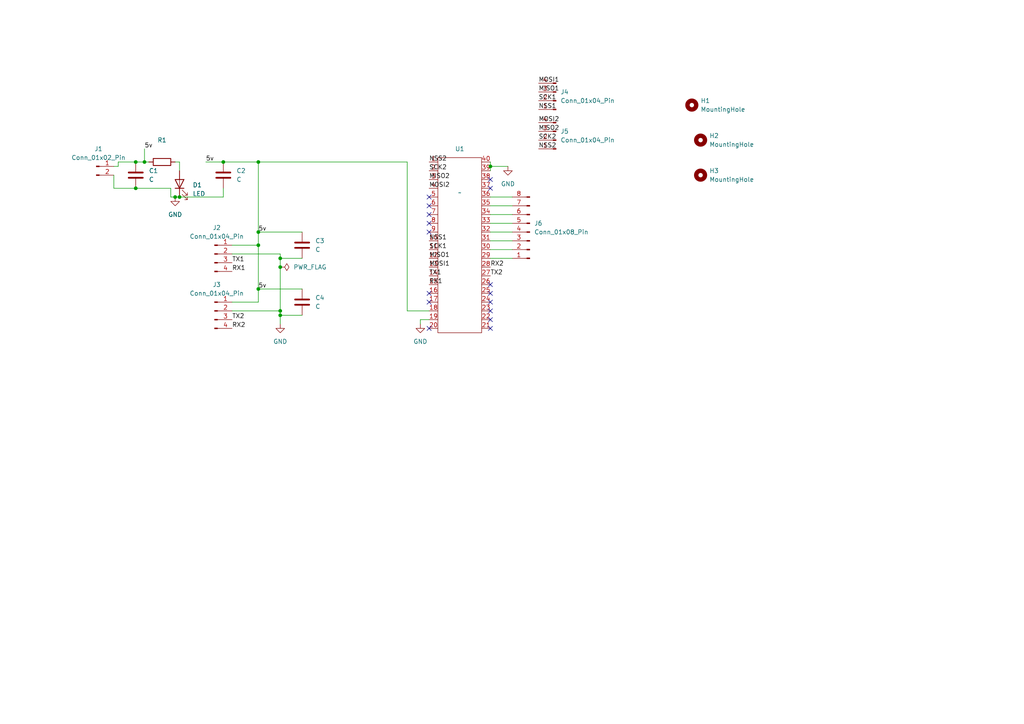
<source format=kicad_sch>
(kicad_sch (version 20230121) (generator eeschema)
  (paper "A4")
  (lib_symbols
    (symbol "Connector:Conn_01x02_Pin" (pin_names (offset 1.016) hide)
      (property "Reference" "J" (at 0 2.54 0))
      (property "Value" "Conn_01x02_Pin" (at 0 -5.08 0))
      (symbol "Conn_01x02_Pin_1_1"
        (polyline (pts (xy 1.27 -2.54) (xy 0.8636 -2.54)) (stroke (width 0.1524)))
        (polyline (pts (xy 1.27 0) (xy 0.8636 0)) (stroke (width 0.1524)))
        (rectangle (start 0.8636 -2.413) (end 0 -2.667) (stroke (width 0.1524)) (fill (type outline)))
        (rectangle (start 0.8636 0.127) (end 0 -0.127) (stroke (width 0.1524)) (fill (type outline)))
        (pin passive line (at 5.08 0 180) (length 3.81) (name "Pin_1") (number "1"))
        (pin passive line (at 5.08 -2.54 180) (length 3.81) (name "Pin_2") (number "2"))
      )
    )
    (symbol "Connector:Conn_01x04_Pin" (pin_names (offset 1.016) hide)
      (property "Reference" "J" (at 0 5.08 0))
      (property "Value" "Conn_01x04_Pin" (at 0 -7.62 0))
      (symbol "Conn_01x04_Pin_1_1"
        (polyline (pts (xy 1.27 -5.08) (xy 0.8636 -5.08)) (stroke (width 0.1524)))
        (polyline (pts (xy 1.27 -2.54) (xy 0.8636 -2.54)) (stroke (width 0.1524)))
        (polyline (pts (xy 1.27 0) (xy 0.8636 0)) (stroke (width 0.1524)))
        (polyline (pts (xy 1.27 2.54) (xy 0.8636 2.54)) (stroke (width 0.1524)))
        (rectangle (start 0.8636 -4.953) (end 0 -5.207) (stroke (width 0.1524)) (fill (type outline)))
        (rectangle (start 0.8636 -2.413) (end 0 -2.667) (stroke (width 0.1524)) (fill (type outline)))
        (rectangle (start 0.8636 0.127) (end 0 -0.127) (stroke (width 0.1524)) (fill (type outline)))
        (rectangle (start 0.8636 2.667) (end 0 2.413) (stroke (width 0.1524)) (fill (type outline)))
        (pin passive line (at 5.08 2.54 180) (length 3.81) (name "Pin_1") (number "1"))
        (pin passive line (at 5.08 0 180) (length 3.81) (name "Pin_2") (number "2"))
        (pin passive line (at 5.08 -2.54 180) (length 3.81) (name "Pin_3") (number "3"))
        (pin passive line (at 5.08 -5.08 180) (length 3.81) (name "Pin_4") (number "4"))
      )
    )
    (symbol "Connector:Conn_01x08_Pin" (pin_names (offset 1.016) hide)
      (property "Reference" "J" (at 0 10.16 0))
      (property "Value" "Conn_01x08_Pin" (at 0 -12.7 0))
      (symbol "Conn_01x08_Pin_1_1"
        (polyline (pts (xy 1.27 -10.16) (xy 0.8636 -10.16)) (stroke (width 0.1524)))
        (polyline (pts (xy 1.27 -7.62) (xy 0.8636 -7.62)) (stroke (width 0.1524)))
        (polyline (pts (xy 1.27 -5.08) (xy 0.8636 -5.08)) (stroke (width 0.1524)))
        (polyline (pts (xy 1.27 -2.54) (xy 0.8636 -2.54)) (stroke (width 0.1524)))
        (polyline (pts (xy 1.27 0) (xy 0.8636 0)) (stroke (width 0.1524)))
        (polyline (pts (xy 1.27 2.54) (xy 0.8636 2.54)) (stroke (width 0.1524)))
        (polyline (pts (xy 1.27 5.08) (xy 0.8636 5.08)) (stroke (width 0.1524)))
        (polyline (pts (xy 1.27 7.62) (xy 0.8636 7.62)) (stroke (width 0.1524)))
        (rectangle (start 0.8636 -10.033) (end 0 -10.287) (stroke (width 0.1524)) (fill (type outline)))
        (rectangle (start 0.8636 -7.493) (end 0 -7.747) (stroke (width 0.1524)) (fill (type outline)))
        (rectangle (start 0.8636 -4.953) (end 0 -5.207) (stroke (width 0.1524)) (fill (type outline)))
        (rectangle (start 0.8636 -2.413) (end 0 -2.667) (stroke (width 0.1524)) (fill (type outline)))
        (rectangle (start 0.8636 0.127) (end 0 -0.127) (stroke (width 0.1524)) (fill (type outline)))
        (rectangle (start 0.8636 2.667) (end 0 2.413) (stroke (width 0.1524)) (fill (type outline)))
        (rectangle (start 0.8636 5.207) (end 0 4.953) (stroke (width 0.1524)) (fill (type outline)))
        (rectangle (start 0.8636 7.747) (end 0 7.493) (stroke (width 0.1524)) (fill (type outline)))
        (pin passive line (at 5.08 7.62 180) (length 3.81) (name "Pin_1") (number "1"))
        (pin passive line (at 5.08 5.08 180) (length 3.81) (name "Pin_2") (number "2"))
        (pin passive line (at 5.08 2.54 180) (length 3.81) (name "Pin_3") (number "3"))
        (pin passive line (at 5.08 0 180) (length 3.81) (name "Pin_4") (number "4"))
        (pin passive line (at 5.08 -2.54 180) (length 3.81) (name "Pin_5") (number "5"))
        (pin passive line (at 5.08 -5.08 180) (length 3.81) (name "Pin_6") (number "6"))
        (pin passive line (at 5.08 -7.62 180) (length 3.81) (name "Pin_7") (number "7"))
        (pin passive line (at 5.08 -10.16 180) (length 3.81) (name "Pin_8") (number "8"))
      )
    )
    (symbol "Device:C" (pin_numbers hide) (pin_names (offset 0.254))
      (property "Reference" "C" (at 0.635 2.54 0))
      (property "Value" "C" (at 0.635 -2.54 0))
      (symbol "C_0_1"
        (polyline (pts (xy -2.032 -0.762) (xy 2.032 -0.762)) (stroke (width 0.508)))
        (polyline (pts (xy -2.032 0.762) (xy 2.032 0.762)) (stroke (width 0.508)))
      )
      (symbol "C_1_1"
        (pin passive line (at 0 3.81 270) (length 2.794) (name "~") (number "1"))
        (pin passive line (at 0 -3.81 90) (length 2.794) (name "~") (number "2"))
      )
    )
    (symbol "Device:LED" (pin_numbers hide) (pin_names (offset 1.016) hide)
      (property "Reference" "D" (at 0 2.54 0))
      (property "Value" "LED" (at 0 -2.54 0))
      (symbol "LED_0_1"
        (polyline (pts (xy -1.27 -1.27) (xy -1.27 1.27)) (stroke (width 0.254)))
        (polyline (pts (xy -1.27 0) (xy 1.27 0)))
        (polyline (pts (xy 1.27 -1.27) (xy 1.27 1.27) (xy -1.27 0) (xy 1.27 -1.27)) (stroke (width 0.254)))
        (polyline (pts (xy -3.048 -0.762) (xy -4.572 -2.286) (xy -3.81 -2.286) (xy -4.572 -2.286) (xy -4.572 -1.524)))
        (polyline (pts (xy -1.778 -0.762) (xy -3.302 -2.286) (xy -2.54 -2.286) (xy -3.302 -2.286) (xy -3.302 -1.524)))
      )
      (symbol "LED_1_1"
        (pin passive line (at -3.81 0 0) (length 2.54) (name "K") (number "1"))
        (pin passive line (at 3.81 0 180) (length 2.54) (name "A") (number "2"))
      )
    )
    (symbol "Device:R" (pin_numbers hide) (pin_names (offset 0))
      (property "Reference" "R" (at 2.032 0 90))
      (property "Value" "R" (at 0 0 90))
      (symbol "R_0_1"
        (rectangle (start -1.016 -2.54) (end 1.016 2.54) (stroke (width 0.254)))
      )
      (symbol "R_1_1"
        (pin passive line (at 0 3.81 270) (length 1.27) (name "~") (number "1"))
        (pin passive line (at 0 -3.81 90) (length 1.27) (name "~") (number "2"))
      )
    )
    (symbol "Mechanical:MountingHole" (pin_names (offset 1.016))
      (property "Reference" "H" (at 0 5.08 0))
      (property "Value" "MountingHole" (at 0 3.175 0))
      (symbol "MountingHole_0_1"
        (circle (center 0 0) (radius 1.27) (stroke (width 1.27)))
      )
    )
    (symbol "bluepill:U"
      (property "Reference" "U" (at 0 10.16 0))
      (symbol "U_0_1"
        (rectangle (start -6.35 10.16) (end 6.35 -40.64))
      )
      (symbol "U_1_1"
        (pin input line (at -8.89 8.89 0) (length 2.54) (name "") (number "1"))
        (pin input line (at -8.89 -13.97 0) (length 2.54) (name "") (number "10"))
        (pin input line (at -8.89 -16.51 0) (length 2.54) (name "") (number "11"))
        (pin input line (at -8.89 -19.05 0) (length 2.54) (name "") (number "12"))
        (pin input line (at -8.89 -21.59 0) (length 2.54) (name "") (number "13"))
        (pin input line (at -8.89 -24.13 0) (length 2.54) (name "") (number "14"))
        (pin input line (at -8.89 -26.67 0) (length 2.54) (name "") (number "15"))
        (pin input line (at -8.89 -29.21 0) (length 2.54) (name "") (number "16"))
        (pin input line (at -8.89 -31.75 0) (length 2.54) (name "") (number "17"))
        (pin input line (at -8.89 -34.29 0) (length 2.54) (name "") (number "18"))
        (pin input line (at -8.89 -36.83 0) (length 2.54) (name "") (number "19"))
        (pin input line (at -8.89 6.35 0) (length 2.54) (name "") (number "2"))
        (pin input line (at -8.89 -39.37 0) (length 2.54) (name "") (number "20"))
        (pin input line (at 8.89 -39.37 180) (length 2.54) (name "") (number "21"))
        (pin input line (at 8.89 -36.83 180) (length 2.54) (name "") (number "22"))
        (pin input line (at 8.89 -34.29 180) (length 2.54) (name "") (number "23"))
        (pin input line (at 8.89 -31.75 180) (length 2.54) (name "") (number "24"))
        (pin input line (at 8.89 -29.21 180) (length 2.54) (name "") (number "25"))
        (pin input line (at 8.89 -26.67 180) (length 2.54) (name "") (number "26"))
        (pin input line (at 8.89 -24.13 180) (length 2.54) (name "") (number "27"))
        (pin input line (at 8.89 -21.59 180) (length 2.54) (name "") (number "28"))
        (pin input line (at 8.89 -19.05 180) (length 2.54) (name "") (number "29"))
        (pin input line (at -8.89 3.81 0) (length 2.54) (name "") (number "3"))
        (pin input line (at 8.89 -16.51 180) (length 2.54) (name "") (number "30"))
        (pin input line (at 8.89 -13.97 180) (length 2.54) (name "") (number "31"))
        (pin input line (at 8.89 -11.43 180) (length 2.54) (name "") (number "32"))
        (pin input line (at 8.89 -8.89 180) (length 2.54) (name "") (number "33"))
        (pin input line (at 8.89 -6.35 180) (length 2.54) (name "") (number "34"))
        (pin input line (at 8.89 -3.81 180) (length 2.54) (name "") (number "35"))
        (pin input line (at 8.89 -1.27 180) (length 2.54) (name "") (number "36"))
        (pin input line (at 8.89 1.27 180) (length 2.54) (name "") (number "37"))
        (pin input line (at 8.89 3.81 180) (length 2.54) (name "") (number "38"))
        (pin input line (at 8.89 6.35 180) (length 2.54) (name "") (number "39"))
        (pin input line (at -8.89 1.27 0) (length 2.54) (name "") (number "4"))
        (pin input line (at 8.89 8.89 180) (length 2.54) (name "") (number "40"))
        (pin input line (at -8.89 -1.27 0) (length 2.54) (name "") (number "5"))
        (pin input line (at -8.89 -3.81 0) (length 2.54) (name "") (number "6"))
        (pin input line (at -8.89 -6.35 0) (length 2.54) (name "") (number "7"))
        (pin input line (at -8.89 -8.89 0) (length 2.54) (name "") (number "8"))
        (pin input line (at -8.89 -11.43 0) (length 2.54) (name "") (number "9"))
      )
    )
    (symbol "power:GND" (power) (pin_names (offset 0))
      (property "Value" "GND" (at 0 -3.81 0))
      (symbol "GND_0_1"
        (polyline (pts (xy 0 0) (xy 0 -1.27) (xy 1.27 -1.27) (xy 0 -2.54) (xy -1.27 -1.27) (xy 0 -1.27)))
      )
      (symbol "GND_1_1"
        (pin power_in line (at 0 0 270) (length 0) hide (name "GND") (number "1"))
      )
    )
    (symbol "power:PWR_FLAG" (power) (pin_numbers hide) (pin_names (offset 0) hide)
      (property "Value" "PWR_FLAG" (at 0 3.81 0))
      (symbol "PWR_FLAG_0_0"
        (pin power_out line (at 0 0 90) (length 0) (name "pwr") (number "1"))
      )
      (symbol "PWR_FLAG_0_1"
        (polyline (pts (xy 0 0) (xy 0 1.27) (xy -1.016 1.905) (xy 0 2.54) (xy 1.016 1.905) (xy 0 1.27)))
      )
    )
  )
  (junction (at 74.93 46.99))
  (junction (at 39.37 54.61))
  (junction (at 74.93 67.31))
  (junction (at 50.8 57.15))
  (junction (at 81.28 91.44))
  (junction (at 81.28 90.17))
  (junction (at 64.77 46.99))
  (junction (at 142.24 48.26))
  (junction (at 74.93 83.82))
  (junction (at 41.91 46.99))
  (junction (at 39.37 46.99))
  (junction (at 74.93 71.12))
  (junction (at 81.28 77.47))
  (junction (at 81.28 74.93))
  (junction (at 52.07 57.15))
  (no_connect (at 124.46 67.31))
  (no_connect (at 124.46 57.15))
  (no_connect (at 142.24 95.25))
  (no_connect (at 142.24 92.71))
  (no_connect (at 124.46 95.25))
  (no_connect (at 124.46 64.77))
  (no_connect (at 124.46 62.23))
  (no_connect (at 124.46 85.09))
  (no_connect (at 142.24 52.07))
  (no_connect (at 142.24 82.55))
  (no_connect (at 124.46 59.69))
  (no_connect (at 142.24 54.61))
  (no_connect (at 142.24 87.63))
  (no_connect (at 142.24 90.17))
  (no_connect (at 124.46 87.63))
  (no_connect (at 142.24 85.09))
  (wire (pts (xy 74.93 46.99) (xy 118.11 46.99)))
  (wire (pts (xy 34.29 46.99) (xy 39.37 46.99)))
  (wire (pts (xy 64.77 57.15) (xy 64.77 54.61)))
  (wire (pts (xy 74.93 87.63) (xy 67.31 87.63)))
  (wire (pts (xy 142.24 72.39) (xy 148.59 72.39)))
  (wire (pts (xy 142.24 57.15) (xy 148.59 57.15)))
  (wire (pts (xy 121.92 93.98) (xy 121.92 92.71)))
  (wire (pts (xy 142.24 59.69) (xy 148.59 59.69)))
  (wire (pts (xy 50.8 57.15) (xy 52.07 57.15)))
  (wire (pts (xy 121.92 92.71) (xy 124.46 92.71)))
  (wire (pts (xy 52.07 57.15) (xy 64.77 57.15)))
  (wire (pts (xy 41.91 43.18) (xy 41.91 46.99)))
  (wire (pts (xy 49.53 57.15) (xy 50.8 57.15)))
  (wire (pts (xy 39.37 46.99) (xy 41.91 46.99)))
  (wire (pts (xy 142.24 67.31) (xy 148.59 67.31)))
  (wire (pts (xy 49.53 54.61) (xy 49.53 57.15)))
  (wire (pts (xy 87.63 67.31) (xy 74.93 67.31)))
  (wire (pts (xy 142.24 74.93) (xy 148.59 74.93)))
  (wire (pts (xy 142.24 48.26) (xy 142.24 49.53)))
  (wire (pts (xy 142.24 64.77) (xy 148.59 64.77)))
  (wire (pts (xy 74.93 71.12) (xy 74.93 83.82)))
  (wire (pts (xy 81.28 74.93) (xy 81.28 73.66)))
  (wire (pts (xy 81.28 73.66) (xy 67.31 73.66)))
  (wire (pts (xy 81.28 91.44) (xy 81.28 93.98)))
  (wire (pts (xy 118.11 46.99) (xy 118.11 90.17)))
  (wire (pts (xy 142.24 69.85) (xy 148.59 69.85)))
  (wire (pts (xy 52.07 46.99) (xy 52.07 49.53)))
  (wire (pts (xy 50.8 46.99) (xy 52.07 46.99)))
  (wire (pts (xy 64.77 46.99) (xy 74.93 46.99)))
  (wire (pts (xy 74.93 67.31) (xy 74.93 71.12)))
  (wire (pts (xy 33.02 48.26) (xy 34.29 48.26)))
  (wire (pts (xy 64.77 46.99) (xy 59.69 46.99)))
  (wire (pts (xy 81.28 90.17) (xy 81.28 91.44)))
  (wire (pts (xy 33.02 54.61) (xy 39.37 54.61)))
  (wire (pts (xy 142.24 48.26) (xy 142.24 46.99)))
  (wire (pts (xy 33.02 50.8) (xy 33.02 54.61)))
  (wire (pts (xy 74.93 83.82) (xy 74.93 87.63)))
  (wire (pts (xy 87.63 83.82) (xy 74.93 83.82)))
  (wire (pts (xy 74.93 71.12) (xy 67.31 71.12)))
  (wire (pts (xy 41.91 46.99) (xy 43.18 46.99)))
  (wire (pts (xy 39.37 54.61) (xy 49.53 54.61)))
  (wire (pts (xy 67.31 90.17) (xy 81.28 90.17)))
  (wire (pts (xy 81.28 74.93) (xy 87.63 74.93)))
  (wire (pts (xy 34.29 48.26) (xy 34.29 46.99)))
  (wire (pts (xy 118.11 90.17) (xy 124.46 90.17)))
  (wire (pts (xy 81.28 90.17) (xy 81.28 77.47)))
  (wire (pts (xy 74.93 46.99) (xy 74.93 67.31)))
  (wire (pts (xy 87.63 91.44) (xy 81.28 91.44)))
  (wire (pts (xy 81.28 77.47) (xy 81.28 74.93)))
  (wire (pts (xy 147.32 48.26) (xy 142.24 48.26)))
  (wire (pts (xy 142.24 62.23) (xy 148.59 62.23)))
  (label "TX2" (at 67.31 92.71 0))
  (label "MOSI2" (at 124.46 54.61 0))
  (label "NSS1" (at 156.21 31.75 0))
  (label "MOSI1" (at 156.21 24.13 0))
  (label "RX1" (at 124.46 82.55 0))
  (label "NSS2" (at 156.21 43.18 0))
  (label "TX2" (at 142.24 80.01 0))
  (label "MISO2" (at 124.46 52.07 0))
  (label "5v" (at 59.69 46.99 0))
  (label "RX2" (at 142.24 77.47 0))
  (label "MOSI2" (at 156.21 35.56 0))
  (label "MISO1" (at 156.21 26.67 0))
  (label "MISO2" (at 156.21 38.1 0))
  (label "MOSI1" (at 124.46 77.47 0))
  (label "NSS2" (at 124.46 46.99 0))
  (label "5v" (at 74.93 83.82 0))
  (label "SCK2" (at 124.46 49.53 0))
  (label "5v" (at 41.91 43.18 0))
  (label "5v" (at 74.93 67.31 0))
  (label "RX2" (at 67.31 95.25 0))
  (label "NSS1" (at 124.46 69.85 0))
  (label "SCK2" (at 156.21 40.64 0))
  (label "MISO1" (at 124.46 74.93 0))
  (label "TX1" (at 124.46 80.01 0))
  (label "TX1" (at 67.31 76.2 0))
  (label "SCK1" (at 124.46 72.39 0))
  (label "RX1" (at 67.31 78.74 0))
  (label "SCK1" (at 156.21 29.21 0))
  (symbol (lib_id "power:GND") (at 50.8 57.15 0) (unit 1)
    (property "Reference" "#PWR01" (effects hide))
    (property "Value" "GND" (at 50.8 62.23 0))
  )
  (symbol (lib_id "Mechanical:MountingHole") (at 203.2 50.8 0) (unit 1)
    (property "Reference" "H3" (at 205.74 49.53 0) (effects (justify left)))
    (property "Value" "MountingHole" (at 205.74 52.07 0) (effects (justify left)))
    (property "Footprint" "MountingHole:MountingHole_3mm" (effects hide))
  )
  (symbol (lib_id "power:PWR_FLAG") (at 81.28 77.47 270) (unit 1)
    (property "Reference" "#FLG01" (effects hide))
    (property "Value" "PWR_FLAG" (at 85.09 77.47 90) (effects (justify left)))
  )
  (symbol (lib_id "Connector:Conn_01x04_Pin") (at 62.23 90.17 0) (unit 1)
    (property "Reference" "J3" (at 62.865 82.55 0))
    (property "Value" "Conn_01x04_Pin" (at 62.865 85.09 0))
    (property "Footprint" "MY_LIB:jst_4" (effects hide))
  )
  (symbol (lib_id "Connector:Conn_01x08_Pin") (at 153.67 67.31 180) (unit 1)
    (property "Reference" "J6" (at 154.94 64.77 0) (effects (justify right)))
    (property "Value" "Conn_01x08_Pin" (at 154.94 67.31 0) (effects (justify right)))
    (property "Footprint" "conn_1x08:conn_1x08" (effects hide))
  )
  (symbol (lib_id "Device:C") (at 64.77 50.8 0) (unit 1)
    (property "Reference" "C2" (at 68.58 49.53 0) (effects (justify left)))
    (property "Value" "C" (at 68.58 52.07 0) (effects (justify left)))
    (property "Footprint" "MY_LIB:Capacitor_Disc_Small" (effects hide))
  )
  (symbol (lib_id "Device:LED") (at 52.07 53.34 90) (unit 1)
    (property "Reference" "D1" (at 55.88 53.6575 90) (effects (justify right)))
    (property "Value" "LED" (at 55.88 56.1975 90) (effects (justify right)))
    (property "Footprint" "MY_LIB:LED_D3.0mm" (effects hide))
  )
  (symbol (lib_id "power:GND") (at 147.32 48.26 0) (unit 1)
    (property "Reference" "#PWR04" (effects hide))
    (property "Value" "GND" (at 147.32 53.34 0))
  )
  (symbol (lib_id "Connector:Conn_01x02_Pin") (at 27.94 48.26 0) (unit 1)
    (property "Reference" "J1" (at 28.575 43.18 0))
    (property "Value" "Conn_01x02_Pin" (at 28.575 45.72 0))
    (property "Footprint" "MY_LIB:bornier2" (effects hide))
  )
  (symbol (lib_id "Device:C") (at 87.63 71.12 0) (unit 1)
    (property "Reference" "C3" (at 91.44 69.85 0) (effects (justify left)))
    (property "Value" "C" (at 91.44 72.39 0) (effects (justify left)))
    (property "Footprint" "MY_LIB:Capacitor_Disc_Small" (effects hide))
  )
  (symbol (lib_id "power:GND") (at 81.28 93.98 0) (unit 1)
    (property "Reference" "#PWR02" (effects hide))
    (property "Value" "GND" (at 81.28 99.06 0))
  )
  (symbol (lib_id "Device:C") (at 39.37 50.8 0) (unit 1)
    (property "Reference" "C1" (at 43.18 49.53 0) (effects (justify left)))
    (property "Value" "C" (at 43.18 52.07 0) (effects (justify left)))
    (property "Footprint" "MY_LIB:Capacitor_10uF" (effects hide))
  )
  (symbol (lib_id "Device:C") (at 87.63 87.63 0) (unit 1)
    (property "Reference" "C4" (at 91.44 86.36 0) (effects (justify left)))
    (property "Value" "C" (at 91.44 88.9 0) (effects (justify left)))
    (property "Footprint" "MY_LIB:Capacitor_Disc_Small" (effects hide))
  )
  (symbol (lib_id "bluepill:U") (at 133.35 55.88 0) (unit 1)
    (property "Reference" "U1" (at 133.35 43.18 0))
    (property "Value" "~" (at 133.35 55.88 0))
    (property "Footprint" "bluepill:bluepill" (effects hide))
  )
  (symbol (lib_id "power:GND") (at 121.92 93.98 0) (unit 1)
    (property "Reference" "#PWR03" (effects hide))
    (property "Value" "GND" (at 121.92 99.06 0))
  )
  (symbol (lib_id "Connector:Conn_01x04_Pin") (at 62.23 73.66 0) (unit 1)
    (property "Reference" "J2" (at 62.865 66.04 0))
    (property "Value" "Conn_01x04_Pin" (at 62.865 68.58 0))
    (property "Footprint" "MY_LIB:jst_4" (effects hide))
  )
  (symbol (lib_id "Mechanical:MountingHole") (at 200.66 30.48 0) (unit 1)
    (property "Reference" "H1" (at 203.2 29.21 0) (effects (justify left)))
    (property "Value" "MountingHole" (at 203.2 31.75 0) (effects (justify left)))
    (property "Footprint" "MountingHole:MountingHole_3mm" (effects hide))
  )
  (symbol (lib_id "Device:R") (at 46.99 46.99 90) (unit 1)
    (property "Reference" "R1" (at 46.99 40.64 90))
    (property "Value" "R" (effects hide))
    (property "Footprint" "MY_LIB:Resistor_small" (effects hide))
  )
  (symbol (lib_id "Connector:Conn_01x04_Pin") (at 161.29 40.64 180) (unit 1)
    (property "Reference" "J5" (at 162.56 38.1 0) (effects (justify right)))
    (property "Value" "Conn_01x04_Pin" (at 162.56 40.64 0) (effects (justify right)))
    (property "Footprint" "MY_LIB:jst_4" (effects hide))
  )
  (symbol (lib_id "Mechanical:MountingHole") (at 203.2 40.64 0) (unit 1)
    (property "Reference" "H2" (at 205.74 39.37 0) (effects (justify left)))
    (property "Value" "MountingHole" (at 205.74 41.91 0) (effects (justify left)))
    (property "Footprint" "MountingHole:MountingHole_3mm" (effects hide))
  )
  (symbol (lib_id "Connector:Conn_01x04_Pin") (at 161.29 29.21 180) (unit 1)
    (property "Reference" "J4" (at 162.56 26.67 0) (effects (justify right)))
    (property "Value" "Conn_01x04_Pin" (at 162.56 29.21 0) (effects (justify right)))
    (property "Footprint" "MY_LIB:jst_4" (effects hide))
  )
)
</source>
